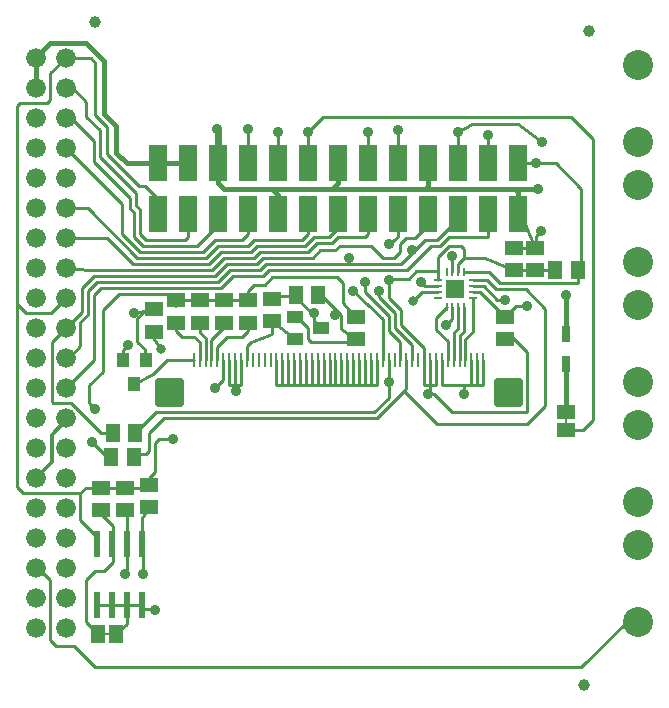
<source format=gbr>
G04 EAGLE Gerber RS-274X export*
G75*
%MOMM*%
%FSLAX34Y34*%
%LPD*%
%INTop Copper*%
%IPPOS*%
%AMOC8*
5,1,8,0,0,1.08239X$1,22.5*%
G01*
%ADD10R,1.500000X1.300000*%
%ADD11C,1.000000*%
%ADD12R,1.300000X1.500000*%
%ADD13R,1.400000X1.000000*%
%ADD14R,0.275000X1.200000*%
%ADD15C,0.600000*%
%ADD16R,1.500000X1.500000*%
%ADD17R,0.800000X0.280000*%
%ADD18R,0.280000X0.800000*%
%ADD19C,2.540000*%
%ADD20C,1.676400*%
%ADD21R,1.524000X3.048000*%
%ADD22R,1.000000X1.200000*%
%ADD23R,0.600000X2.200000*%
%ADD24R,1.168400X1.600200*%
%ADD25R,0.635000X0.203200*%
%ADD26R,1.600200X1.168400*%
%ADD27R,0.203200X0.635000*%
%ADD28R,0.800000X1.350000*%
%ADD29C,0.406400*%
%ADD30C,0.254000*%
%ADD31C,0.909319*%
%ADD32C,0.304800*%
%ADD33C,0.609600*%
%ADD34C,0.800100*%
%ADD35C,0.906400*%


D10*
X146050Y361290D03*
X146050Y342290D03*
X166370Y361290D03*
X166370Y342290D03*
X186690Y361290D03*
X186690Y342290D03*
X207010Y361290D03*
X207010Y342290D03*
X449580Y386740D03*
X449580Y405740D03*
D11*
X77470Y596900D03*
X491490Y35560D03*
D12*
X247040Y365760D03*
X266040Y365760D03*
D10*
X431800Y386740D03*
X431800Y405740D03*
X298450Y347320D03*
X298450Y328320D03*
D13*
X268810Y337820D03*
X246810Y328320D03*
X246810Y347320D03*
D14*
X160710Y310910D03*
X165710Y310910D03*
X170710Y310910D03*
X175710Y310910D03*
X180710Y310910D03*
X185710Y310910D03*
X190710Y310910D03*
X195710Y310910D03*
X200710Y310910D03*
X205710Y310910D03*
X210710Y310910D03*
X215710Y310910D03*
X220710Y310910D03*
X225710Y310910D03*
X230710Y310910D03*
X235710Y310910D03*
X240710Y310910D03*
X245710Y310910D03*
X250710Y310910D03*
X255710Y310910D03*
X260710Y310910D03*
X265710Y310910D03*
X270710Y310910D03*
X275710Y310910D03*
X280710Y310910D03*
X285710Y310910D03*
X290710Y310910D03*
X295710Y310910D03*
X300710Y310910D03*
X305710Y310910D03*
X310710Y310910D03*
X315710Y310910D03*
X320710Y310910D03*
X325710Y310910D03*
X330710Y310910D03*
X335710Y310910D03*
X340710Y310910D03*
X345710Y310910D03*
X350710Y310910D03*
X355710Y310910D03*
X360710Y310910D03*
X365710Y310910D03*
X370710Y310910D03*
X375710Y310910D03*
X380710Y310910D03*
X385710Y310910D03*
X390710Y310910D03*
X395710Y310910D03*
X400710Y310910D03*
X405710Y310910D03*
D15*
X148710Y274910D02*
X130710Y274910D01*
X130710Y292910D01*
X148710Y292910D01*
X148710Y274910D01*
X148710Y280610D02*
X130710Y280610D01*
X130710Y286310D02*
X148710Y286310D01*
X148710Y292010D02*
X130710Y292010D01*
X417710Y274910D02*
X435710Y274910D01*
X417710Y274910D02*
X417710Y292910D01*
X435710Y292910D01*
X435710Y274910D01*
X435710Y280610D02*
X417710Y280610D01*
X417710Y286310D02*
X435710Y286310D01*
X435710Y292010D02*
X417710Y292010D01*
D10*
X227330Y343560D03*
X227330Y362560D03*
D16*
X382270Y370840D03*
D17*
X397270Y363340D03*
X397270Y368340D03*
X397270Y373340D03*
X397270Y378340D03*
D18*
X389770Y385840D03*
X384770Y385840D03*
X379770Y385840D03*
X374770Y385840D03*
D17*
X367270Y378340D03*
X367270Y373340D03*
X367270Y368340D03*
X367270Y363340D03*
D18*
X374770Y355840D03*
X379770Y355840D03*
X384770Y355840D03*
X389770Y355840D03*
D12*
X485750Y387350D03*
X466750Y387350D03*
D10*
X424180Y328320D03*
X424180Y347320D03*
D12*
X90830Y228600D03*
X109830Y228600D03*
X92100Y248920D03*
X111100Y248920D03*
D11*
X495300Y589280D03*
D19*
X537210Y292620D03*
X537210Y357620D03*
X537210Y495820D03*
X537210Y560820D03*
X537210Y394220D03*
X537210Y459220D03*
X537210Y191020D03*
X537210Y256020D03*
D20*
X52850Y566540D03*
X27450Y566540D03*
X52850Y541140D03*
X27450Y541140D03*
X52850Y515740D03*
X27450Y515740D03*
X52850Y490340D03*
X27450Y490340D03*
X52850Y464940D03*
X27450Y464940D03*
X52850Y439540D03*
X27450Y439540D03*
X52850Y414140D03*
X27450Y414140D03*
X52850Y388740D03*
X27450Y388740D03*
X52850Y363340D03*
X27450Y363340D03*
X52850Y337940D03*
X27450Y337940D03*
X52850Y312540D03*
X27450Y312540D03*
X52850Y287140D03*
X27450Y287140D03*
X52850Y261740D03*
X27450Y261740D03*
X52850Y236340D03*
X27450Y236340D03*
X52850Y210940D03*
X27450Y210940D03*
X52850Y185540D03*
X27450Y185540D03*
X52850Y160140D03*
X27450Y160140D03*
X52850Y134740D03*
X27450Y134740D03*
X52850Y109340D03*
X27450Y109340D03*
X52850Y83940D03*
X27450Y83940D03*
D21*
X130810Y477520D03*
X130810Y434340D03*
X156210Y477520D03*
X156210Y434340D03*
X181610Y434340D03*
X181610Y477520D03*
X207010Y434340D03*
X207010Y477520D03*
X232410Y434340D03*
X232410Y477520D03*
X257810Y434340D03*
X257810Y477520D03*
X283210Y434340D03*
X283210Y477520D03*
X308610Y434340D03*
X308610Y477520D03*
X334010Y434340D03*
X334010Y477520D03*
X359410Y434340D03*
X359410Y477520D03*
X384810Y434340D03*
X384810Y477520D03*
X410210Y434340D03*
X410210Y477520D03*
X435610Y434340D03*
X435610Y477520D03*
D22*
X110490Y290990D03*
X100990Y310990D03*
X119990Y310990D03*
D10*
X127000Y334670D03*
X127000Y353670D03*
D23*
X91440Y103540D03*
X91440Y155540D03*
X78740Y103540D03*
X104140Y103540D03*
X116840Y103540D03*
X78740Y155540D03*
X104140Y155540D03*
X116840Y155540D03*
D10*
X123190Y186080D03*
X123190Y205080D03*
X102870Y183540D03*
X102870Y202540D03*
X82550Y183540D03*
X82550Y202540D03*
D24*
X95250Y78740D03*
X80010Y78740D03*
D25*
X87630Y78740D03*
D19*
X537210Y89420D03*
X537210Y154420D03*
D26*
X476250Y251460D03*
X476250Y266700D03*
D27*
X476250Y259080D03*
D28*
X476250Y307340D03*
X476250Y332740D03*
D29*
X181610Y461010D02*
X181610Y477520D01*
X181610Y461010D02*
X186690Y455930D01*
X227330Y455930D01*
X232410Y450850D01*
X232410Y434340D01*
X283210Y461010D02*
X283210Y477520D01*
X283210Y461010D02*
X278130Y455930D01*
X227330Y455930D01*
X359410Y458470D02*
X359410Y477520D01*
X359410Y458470D02*
X356870Y455930D01*
X278130Y455930D01*
X435610Y453390D02*
X435610Y434340D01*
X435610Y453390D02*
X433070Y455930D01*
D30*
X430530Y455930D01*
D29*
X356870Y455930D01*
X430530Y455930D02*
X452120Y455930D01*
D31*
X452120Y455930D03*
D30*
X370710Y310910D02*
X370710Y289560D01*
X389890Y289560D01*
X395710Y289560D01*
X400710Y289560D01*
X405710Y289560D02*
X405710Y310910D01*
X400710Y310910D02*
X400710Y289560D01*
X405710Y289560D01*
X395710Y289560D02*
X395710Y310910D01*
X91440Y103540D02*
X78740Y103540D01*
X91440Y103540D02*
X104140Y103540D01*
X116840Y103540D01*
X104140Y87630D02*
X95250Y78740D01*
X104140Y87630D02*
X104140Y103540D01*
D31*
X128270Y99060D03*
X105410Y323850D03*
D30*
X389890Y289560D02*
X389890Y281940D01*
D31*
X389890Y281940D03*
D30*
X185710Y293660D02*
X185710Y310910D01*
X185710Y293660D02*
X179070Y287020D01*
D31*
X179070Y287020D03*
D30*
X431800Y405740D02*
X449580Y405740D01*
X450240Y415900D01*
X454660Y420370D01*
D31*
X454660Y420370D03*
X353060Y377190D03*
D32*
X40640Y224130D02*
X27450Y210940D01*
X40640Y224130D02*
X40640Y247650D01*
X52850Y259860D01*
X52850Y261740D01*
D30*
X116840Y103540D02*
X116840Y100330D01*
X127000Y100330D01*
X128270Y99060D01*
X100990Y310990D02*
X100990Y319430D01*
X105410Y323850D01*
D31*
X180340Y506730D03*
D33*
X181610Y505460D02*
X181610Y477520D01*
X181610Y505460D02*
X180340Y506730D01*
D30*
X246810Y347320D02*
X248310Y347320D01*
X257810Y337820D01*
X257810Y328930D01*
X260350Y326390D01*
X288900Y326390D01*
X298450Y328320D01*
X266040Y361340D02*
X266040Y365760D01*
X285750Y337210D02*
X298450Y328320D01*
X285750Y337210D02*
X285750Y349250D01*
X283210Y351790D01*
X270510Y364490D01*
X266040Y365760D01*
D31*
X280670Y349250D03*
D30*
X283210Y351790D01*
X356910Y373340D02*
X367270Y373340D01*
X356910Y373340D02*
X353060Y377190D01*
X435610Y434340D02*
X439420Y430530D01*
X449580Y405740D01*
D29*
X156210Y477520D02*
X130810Y477520D01*
X27450Y541140D02*
X27450Y566540D01*
X69850Y579120D02*
X85090Y563880D01*
X69850Y579120D02*
X39370Y579120D01*
X27450Y567200D01*
X27450Y566540D01*
D30*
X72390Y274320D02*
X77470Y269240D01*
X72390Y274320D02*
X72390Y289560D01*
X83820Y300990D01*
D31*
X77470Y269240D03*
D30*
X146050Y361290D02*
X166370Y361290D01*
X186690Y361290D02*
X207010Y361290D01*
D29*
X85090Y519430D02*
X85090Y563880D01*
X85090Y519430D02*
X95250Y509270D01*
X95250Y486410D01*
X104140Y477520D01*
X130810Y477520D01*
D30*
X83820Y353060D02*
X83820Y300990D01*
X83820Y353060D02*
X97790Y367030D01*
X142240Y360680D02*
X146050Y356870D01*
X146050Y361290D01*
X186690Y361290D02*
X188620Y364490D01*
X207010Y361290D02*
X207010Y369570D01*
X212090Y374650D01*
X220980Y374650D01*
X227330Y381000D01*
X281940Y381000D01*
X287020Y375920D01*
X287020Y358750D01*
X298450Y347320D01*
X186690Y361290D02*
X166370Y361290D01*
X139700Y367030D02*
X97790Y367030D01*
X139700Y367030D02*
X145440Y361290D01*
X146050Y361290D01*
X181610Y377190D02*
X191770Y387350D01*
X217170Y387350D01*
X222250Y392430D01*
X292100Y392430D01*
X336550Y392430D01*
X347980Y403860D01*
X356870Y412750D02*
X367030Y412750D01*
X384810Y427990D02*
X384810Y434340D01*
X71120Y369570D02*
X71120Y349250D01*
X64770Y342900D01*
X64770Y322580D01*
X320710Y310910D02*
X320710Y345440D01*
X397270Y373340D02*
X406440Y373340D01*
X417830Y361950D01*
X424180Y361950D01*
D31*
X424180Y361950D03*
X295910Y369570D03*
D30*
X320710Y345440D01*
X64770Y322580D02*
X54730Y312540D01*
X52850Y312540D01*
X71120Y369570D02*
X78740Y377190D01*
X181610Y377190D01*
X292100Y392430D02*
X292100Y397510D01*
D31*
X292100Y397510D03*
X345440Y403860D03*
D30*
X347980Y403860D02*
X356870Y412750D01*
X347980Y403860D02*
X345440Y403860D01*
X367030Y412750D02*
X384810Y430530D01*
X384810Y434340D01*
X230710Y310910D02*
X230710Y289560D01*
X235710Y289560D01*
X240710Y289560D01*
X245710Y289560D01*
X250710Y289560D01*
X255710Y289560D01*
X260710Y289560D02*
X265710Y289560D01*
X270710Y289560D01*
X275710Y289560D01*
X280710Y289560D01*
X285710Y289560D01*
X290710Y289560D01*
X295710Y289560D01*
X300710Y289560D01*
X305710Y289560D01*
X310710Y289560D01*
X315710Y289560D01*
X315710Y310910D01*
X235710Y310910D02*
X235710Y289560D01*
X240710Y289560D02*
X240710Y310910D01*
X245710Y310910D02*
X245710Y289560D01*
X250710Y289560D02*
X250710Y310910D01*
X255710Y310910D02*
X255710Y289560D01*
X260710Y289560D02*
X260710Y310910D01*
X260710Y289560D02*
X255710Y289560D01*
X265710Y289560D02*
X265710Y310910D01*
X270710Y310910D02*
X270710Y289560D01*
X275710Y289560D02*
X275710Y310910D01*
X280710Y310910D02*
X280710Y289560D01*
X285710Y289560D02*
X285710Y310910D01*
X290710Y310910D02*
X290710Y289560D01*
X295710Y289560D02*
X295710Y310910D01*
X300710Y310910D02*
X300710Y289560D01*
X305710Y289560D02*
X305710Y310910D01*
X310710Y310910D02*
X310710Y289560D01*
X165710Y310910D02*
X165710Y325780D01*
X161290Y330200D01*
X151130Y330200D01*
X146050Y335280D01*
X146050Y342290D01*
X170710Y329670D02*
X170710Y310910D01*
X170710Y329670D02*
X166370Y334010D01*
X166370Y342290D01*
X175710Y328110D02*
X175710Y310910D01*
X175710Y328110D02*
X186690Y339090D01*
X186690Y342290D01*
X180710Y321680D02*
X180710Y310910D01*
X180710Y321680D02*
X189230Y330200D01*
X201930Y330200D01*
X207010Y335280D01*
X207010Y342290D01*
X66040Y351130D02*
X52850Y337940D01*
X66040Y351130D02*
X66040Y372110D01*
X76200Y382270D02*
X179070Y382270D01*
X189230Y392430D01*
X214630Y392430D01*
X219710Y397510D01*
X359410Y422910D02*
X359410Y425450D01*
X359410Y434340D01*
X52850Y337940D02*
X40640Y325730D01*
X40640Y275590D01*
X41910Y274320D01*
X57150Y274320D01*
X82550Y248920D01*
X92100Y248920D01*
X66040Y372110D02*
X76200Y382270D01*
X219710Y397510D02*
X261620Y397510D01*
X267970Y403860D01*
X311150Y407670D02*
X321310Y397510D01*
X330200Y397510D01*
X280670Y403860D02*
X267970Y403860D01*
X280670Y403860D02*
X284480Y407670D01*
X311150Y407670D01*
X330200Y397510D02*
X335280Y402590D01*
X335280Y408940D01*
X340360Y414020D01*
X347980Y414020D01*
X359410Y425450D01*
D31*
X384810Y504190D03*
D30*
X384810Y477520D01*
X335710Y325960D02*
X335710Y310910D01*
X335710Y325960D02*
X326390Y335280D01*
X326390Y347980D01*
X306070Y368300D01*
X306070Y377190D01*
D31*
X306070Y377190D03*
X455930Y495300D03*
D30*
X435610Y510540D01*
X396240Y510540D01*
X384810Y504190D01*
X184150Y372110D02*
X82550Y372110D01*
X184150Y372110D02*
X194310Y382270D01*
X219710Y382270D01*
X224790Y387350D01*
X377190Y415290D02*
X410210Y415290D01*
X410210Y434340D01*
D31*
X74930Y241300D03*
D30*
X87630Y228600D01*
X90830Y228600D01*
X76200Y365760D02*
X82550Y372110D01*
X76200Y365760D02*
X76200Y310490D01*
X52850Y287140D01*
X224790Y387350D02*
X341630Y387350D01*
X361950Y407670D01*
X369570Y407670D01*
X377190Y415290D01*
D31*
X410210Y501650D03*
D30*
X410210Y477520D01*
X345710Y323580D02*
X345710Y310910D01*
X345710Y323580D02*
X331470Y337820D01*
D31*
X317500Y369570D03*
D30*
X331470Y350520D02*
X331470Y337820D01*
X331470Y350520D02*
X317500Y364490D01*
X317500Y369570D01*
X205710Y322550D02*
X205710Y310910D01*
X205710Y322550D02*
X209550Y326390D01*
X226670Y332740D01*
X227330Y343560D01*
X246810Y328320D01*
X385710Y331100D02*
X385710Y310910D01*
X389770Y335160D02*
X389890Y335280D01*
X389770Y335160D02*
X389770Y355840D01*
X389770Y335160D02*
X385710Y331100D01*
X375710Y326600D02*
X375710Y310910D01*
X375710Y326600D02*
X365760Y336550D01*
X365760Y346830D01*
X374770Y355840D01*
X390710Y328480D02*
X390710Y310910D01*
X390710Y328480D02*
X397270Y335040D01*
X397270Y363340D01*
X380710Y333720D02*
X380710Y310910D01*
X380710Y333720D02*
X384810Y337820D01*
X384770Y337860D02*
X384770Y355840D01*
X384770Y337860D02*
X384810Y337820D01*
D31*
X450850Y477520D03*
D30*
X435610Y477520D01*
X488950Y455930D02*
X488950Y387350D01*
X488950Y455930D02*
X467360Y477520D01*
X435610Y477520D01*
X410450Y385840D02*
X389770Y385840D01*
X410450Y385840D02*
X420370Y375920D01*
X485750Y375920D01*
X485750Y387350D01*
X488950Y387350D01*
D31*
X334010Y505460D03*
D30*
X334010Y477520D01*
X397270Y368340D02*
X403160Y368340D01*
D31*
X443230Y356870D03*
D30*
X433730Y356870D01*
X424180Y347320D02*
X403160Y368340D01*
X424180Y347320D02*
X433730Y356870D01*
D29*
X130810Y434340D02*
X129540Y434340D01*
D30*
X190710Y310910D02*
X190710Y289560D01*
X195710Y289560D01*
X200710Y289560D01*
X200710Y310910D01*
X195710Y310910D02*
X195710Y289560D01*
X360710Y289560D02*
X360710Y310910D01*
X360710Y289560D02*
X355710Y289560D01*
X355710Y310910D01*
X365710Y310910D02*
X365710Y289560D01*
X360710Y289560D01*
X102870Y202540D02*
X82550Y202540D01*
X78740Y161290D02*
X78740Y155540D01*
X78740Y161290D02*
X64770Y175260D01*
X64770Y198120D01*
X69190Y202540D01*
X82550Y202540D01*
X379770Y345480D02*
X379770Y355840D01*
X379770Y345480D02*
X374650Y340360D01*
D31*
X374650Y340360D03*
D30*
X360710Y289560D02*
X360710Y283240D01*
X359410Y281940D01*
D31*
X359410Y281940D03*
X196850Y284480D03*
D30*
X195710Y285620D01*
X195710Y289560D01*
X143510Y243840D02*
X131470Y243840D01*
D31*
X143510Y243840D03*
D30*
X379730Y266700D02*
X443230Y266700D01*
X379730Y266700D02*
X364490Y281940D01*
X359410Y281940D01*
X52850Y363340D02*
X40030Y350520D01*
X19050Y350520D01*
X11430Y358140D01*
X11430Y525780D01*
X13970Y528320D01*
X36830Y528320D01*
X39370Y530860D01*
X39370Y553720D01*
X52190Y566540D01*
X52850Y566540D01*
X11430Y358140D02*
X11430Y203200D01*
X431800Y386740D02*
X449580Y386740D01*
X431800Y386740D02*
X407060Y397510D01*
X336550Y340360D02*
X355710Y321200D01*
X355710Y310910D01*
X449580Y386740D02*
X448360Y391770D01*
X334010Y415290D02*
X334010Y434340D01*
X334010Y415290D02*
X326390Y408940D01*
D31*
X326390Y408940D03*
X326390Y378460D03*
D30*
X64770Y198120D02*
X16510Y198120D01*
X11430Y203200D01*
X127000Y328930D02*
X127000Y334670D01*
X127000Y328930D02*
X133350Y320040D01*
D34*
X133350Y320040D03*
D30*
X443230Y317500D02*
X443230Y266700D01*
X443230Y317500D02*
X429260Y331470D01*
X429260Y333400D01*
X424180Y328320D01*
X123190Y205080D02*
X120650Y202540D01*
X102870Y202540D01*
X128270Y240640D02*
X131470Y243840D01*
X128270Y240640D02*
X128270Y215900D01*
X123190Y210820D01*
X123190Y205080D01*
X73540Y566540D02*
X52850Y566540D01*
X73540Y566540D02*
X77470Y562610D01*
X77470Y518160D01*
X87630Y508000D01*
X87630Y485140D01*
X114300Y458470D01*
X119380Y458470D01*
X130810Y447040D01*
X130810Y434340D01*
X326390Y378460D02*
X327268Y379338D01*
X247040Y365760D02*
X229260Y364490D01*
X227330Y362560D01*
X247040Y363830D02*
X247040Y365760D01*
X247040Y363830D02*
X261620Y349250D01*
X262890Y347980D01*
X262890Y343740D01*
X268810Y337820D01*
D35*
X262890Y350520D03*
D30*
X261620Y349250D01*
X336550Y353060D02*
X336550Y340360D01*
X336550Y353060D02*
X326390Y363220D01*
X326390Y378460D01*
X389890Y397510D02*
X407060Y397510D01*
X389890Y397510D02*
X384810Y392430D01*
X384810Y385880D01*
X384770Y385840D01*
X367270Y378340D02*
X367270Y397750D01*
X377190Y407670D01*
X387350Y407670D01*
X389890Y405130D01*
X389890Y397510D01*
X449580Y386740D02*
X466140Y386740D01*
X466750Y387350D01*
X367270Y386080D02*
X367270Y378340D01*
X367270Y386080D02*
X349250Y386080D01*
X342900Y379730D01*
X327660Y379730D01*
X326390Y378460D01*
X339090Y284480D02*
X316230Y261620D01*
X339090Y284480D02*
X340710Y286100D01*
X340710Y310910D01*
X339090Y284480D02*
X367030Y256540D01*
X443230Y256540D01*
X458470Y271780D01*
X458470Y354330D01*
X441960Y370840D01*
X316230Y261620D02*
X135890Y261620D01*
X123190Y248920D01*
X123190Y233680D01*
X120650Y231140D01*
X112370Y231140D01*
X109830Y228600D01*
X397270Y378340D02*
X409060Y378340D01*
X416560Y370840D01*
X441960Y370840D01*
X325710Y278720D02*
X313690Y266700D01*
D31*
X379730Y398780D03*
X326390Y292100D03*
D30*
X325710Y292780D02*
X325710Y310910D01*
X325710Y292780D02*
X326390Y292100D01*
X325710Y291420D02*
X325710Y278720D01*
X325710Y291420D02*
X326390Y292100D01*
X313690Y266700D02*
X128880Y266700D01*
X111100Y248920D01*
X379770Y385840D02*
X379770Y398780D01*
X379730Y398780D01*
X115570Y417830D02*
X115570Y438150D01*
X115570Y417830D02*
X120650Y412750D01*
X153670Y412750D01*
X156210Y415290D01*
X156210Y434340D01*
X115570Y438150D02*
X111760Y441960D01*
X111760Y452120D01*
X81280Y482600D01*
X81280Y505460D01*
X69850Y516890D01*
X69850Y529590D01*
X58300Y541140D01*
X52850Y541140D01*
X110490Y435610D02*
X110490Y415290D01*
X118110Y407670D01*
X163830Y407670D01*
X181610Y425450D01*
X181610Y434340D01*
X110490Y435610D02*
X106680Y439420D01*
X106680Y448310D01*
X76200Y478790D01*
X76200Y496570D01*
X57030Y515740D01*
X52850Y515740D01*
X100210Y417950D02*
X115570Y402590D01*
X168910Y402590D01*
X179070Y412750D01*
X201930Y412750D01*
X207010Y417830D01*
X207010Y434340D01*
X100210Y443350D02*
X100210Y417950D01*
X100210Y443350D02*
X92590Y450970D01*
X52850Y490340D01*
X171450Y397510D02*
X181610Y407670D01*
X207010Y407670D01*
X212090Y412750D01*
X252730Y412750D01*
X257810Y417830D01*
X257810Y434340D01*
X171450Y397510D02*
X113030Y397510D01*
X71000Y439540D01*
X52850Y439540D01*
X173990Y392430D02*
X184150Y402590D01*
X209550Y402590D01*
X214630Y407670D01*
X255270Y407670D01*
X262890Y415290D01*
X275590Y415290D01*
X283210Y422910D01*
X283210Y434340D01*
X173990Y392430D02*
X109220Y392430D01*
X87510Y414140D01*
X52850Y414140D01*
X71780Y387350D02*
X176530Y387350D01*
X186690Y397510D01*
X212090Y397510D01*
X217170Y402590D01*
X257810Y402590D01*
X265430Y410210D01*
X278130Y410210D01*
X283210Y415290D01*
X306070Y415290D01*
X308610Y417830D01*
X308610Y434340D01*
X71780Y387350D02*
X52850Y388740D01*
D31*
X207010Y506730D03*
D30*
X207010Y477520D01*
D31*
X232410Y504190D03*
D30*
X232410Y477520D01*
D31*
X257810Y504190D03*
D30*
X257810Y477520D01*
X476250Y251460D02*
X490220Y251460D01*
X499110Y260350D01*
X499110Y497840D01*
X480060Y516890D01*
X270510Y516890D01*
X257810Y504190D01*
D31*
X308610Y504190D03*
D30*
X308610Y477520D01*
X354370Y368340D02*
X367270Y368340D01*
D34*
X346710Y360680D03*
D31*
X110490Y350520D03*
D30*
X127000Y353670D01*
D31*
X476250Y365760D03*
D30*
X127000Y353670D02*
X119170Y352400D01*
X113030Y346260D01*
X113030Y326390D01*
X119380Y320040D01*
X119380Y311600D01*
X119990Y310990D01*
X346710Y360680D02*
X354370Y368340D01*
D29*
X476250Y365760D02*
X476250Y332740D01*
D30*
X160710Y310910D02*
X137770Y310910D01*
X125890Y298660D02*
X110490Y290990D01*
X110490Y290830D01*
X125890Y298660D02*
X137770Y310910D01*
X102870Y183540D02*
X104140Y182270D01*
X104140Y155540D01*
X104140Y130810D01*
X102870Y129540D01*
D31*
X102870Y129540D03*
D30*
X116840Y177190D02*
X123190Y186080D01*
X116840Y177190D02*
X116840Y155540D01*
D31*
X118110Y129540D03*
D30*
X118110Y154270D01*
X116840Y155540D01*
X82550Y180340D02*
X82550Y183540D01*
X82550Y180340D02*
X92710Y170180D01*
X92710Y156810D01*
X91440Y155540D01*
X69850Y88900D02*
X80010Y78740D01*
X69850Y88900D02*
X69850Y124460D01*
X77470Y132080D01*
X85090Y132080D01*
X92710Y139700D01*
X92710Y154270D01*
X91440Y155540D01*
X488950Y50800D02*
X527570Y89420D01*
X537210Y89420D01*
X29090Y134740D02*
X27450Y134740D01*
X29090Y134740D02*
X39370Y124460D01*
X39370Y73660D01*
X44450Y68580D01*
X59690Y68580D01*
X77470Y50800D01*
X488950Y50800D01*
D29*
X476250Y266700D02*
X476250Y307340D01*
M02*

</source>
